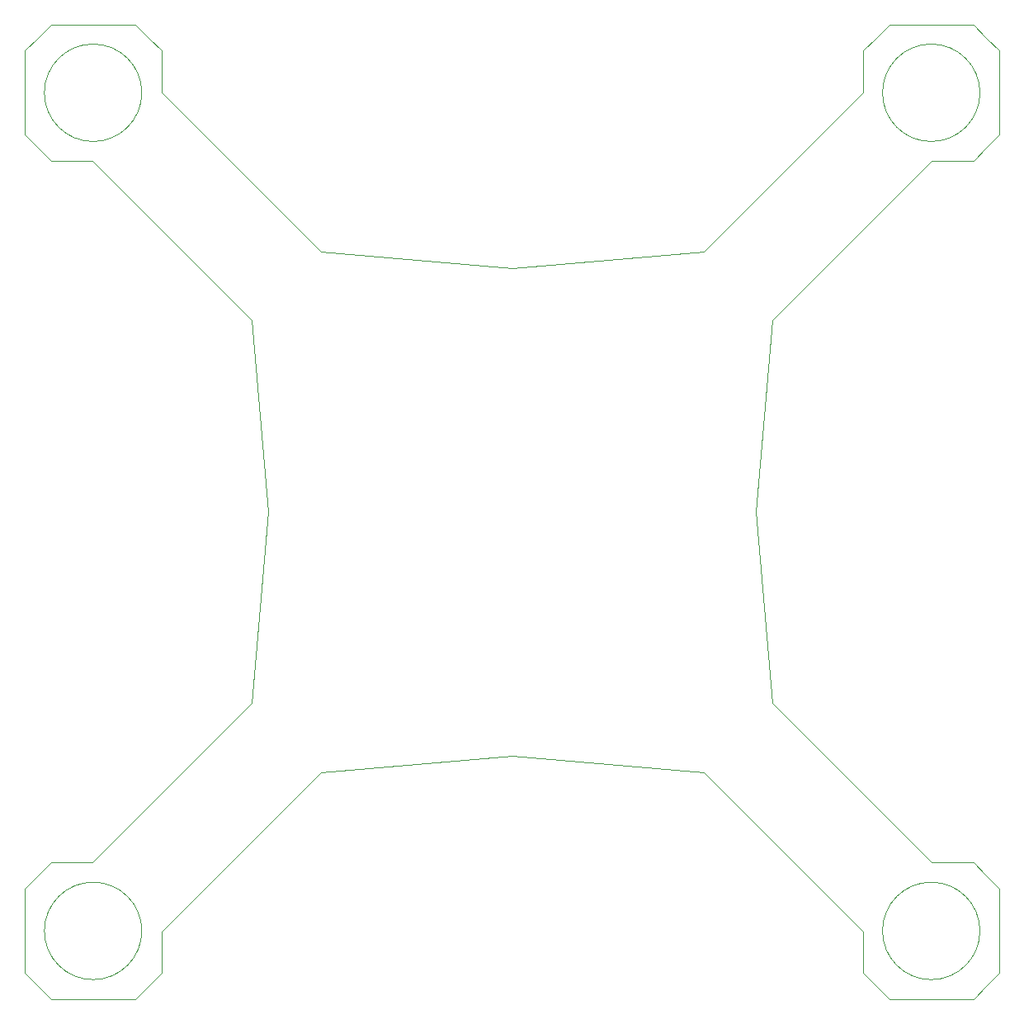
<source format=gbr>
G04 #@! TF.GenerationSoftware,KiCad,Pcbnew,(5.1.5-0-10_14)*
G04 #@! TF.CreationDate,2020-06-08T21:05:12+09:00*
G04 #@! TF.ProjectId,controller_system,636f6e74-726f-46c6-9c65-725f73797374,rev?*
G04 #@! TF.SameCoordinates,Original*
G04 #@! TF.FileFunction,Profile,NP*
%FSLAX46Y46*%
G04 Gerber Fmt 4.6, Leading zero omitted, Abs format (unit mm)*
G04 Created by KiCad (PCBNEW (5.1.5-0-10_14)) date 2020-06-08 21:05:12*
%MOMM*%
%LPD*%
G04 APERTURE LIST*
%ADD10C,0.100000*%
G04 APERTURE END LIST*
D10*
X138500000Y-105500000D02*
X136781031Y-125147900D01*
X188500000Y-105500000D02*
X190218968Y-125147900D01*
X163500000Y-130500000D02*
X183147900Y-132218968D01*
X163500000Y-130500000D02*
X143852099Y-132218968D01*
X163500000Y-80500000D02*
X183147900Y-78781031D01*
X188500000Y-105500000D02*
X190218968Y-85852099D01*
X138500000Y-105500000D02*
X136781031Y-85852099D01*
X163500000Y-80500000D02*
X143852099Y-78781031D01*
X212156854Y-154156854D02*
X213500000Y-152813708D01*
X212156854Y-154156854D02*
X210813708Y-155500000D01*
X114843145Y-154156854D02*
X116186291Y-155500000D01*
X114843145Y-154156854D02*
X113500000Y-152813708D01*
X212156854Y-56843145D02*
X210813708Y-55499999D01*
X212156854Y-56843145D02*
X213500000Y-58186291D01*
X114843145Y-56843145D02*
X113500000Y-58186291D01*
X114843145Y-56843145D02*
X116186291Y-55500000D01*
X116186291Y-141500000D02*
X120428932Y-141500000D01*
X127500000Y-152813708D02*
X127500000Y-148571067D01*
X199500000Y-152813708D02*
X199500000Y-148571067D01*
X210813708Y-141499999D02*
X206571067Y-141500000D01*
X210813708Y-69500000D02*
X206571067Y-69500000D01*
X199500000Y-58186291D02*
X199500000Y-62428932D01*
X127500000Y-58186291D02*
X127500000Y-62428932D01*
X116186291Y-69500000D02*
X120428932Y-69500000D01*
X114843145Y-142843145D02*
X113500000Y-144186291D01*
X116186291Y-141500000D02*
X114843145Y-142843145D01*
X127500000Y-152813708D02*
X126156854Y-154156854D01*
X126156854Y-154156854D02*
X124813708Y-155500000D01*
X200843145Y-154156854D02*
X202186291Y-155499999D01*
X199500000Y-152813708D02*
X200843145Y-154156854D01*
X210813708Y-141499999D02*
X212156854Y-142843145D01*
X212156854Y-142843145D02*
X213500000Y-144186291D01*
X212156854Y-68156854D02*
X213500000Y-66813708D01*
X210813708Y-69500000D02*
X212156854Y-68156854D01*
X199500000Y-58186291D02*
X200843145Y-56843145D01*
X200843145Y-56843145D02*
X202186291Y-55500000D01*
X126156854Y-56843145D02*
X124813708Y-55500000D01*
X127500000Y-58186291D02*
X126156854Y-56843145D01*
X116186291Y-69500000D02*
X114843145Y-68156854D01*
X114843145Y-68156854D02*
X113500000Y-66813708D01*
X125500000Y-148500000D02*
G75*
G03X125500000Y-148500000I-5000000J0D01*
G01*
X211500000Y-148500000D02*
G75*
G03X211500000Y-148500000I-5000000J0D01*
G01*
X211500000Y-62499999D02*
G75*
G03X211500000Y-62499999I-5000000J0D01*
G01*
X125500000Y-62500000D02*
G75*
G03X125500000Y-62500000I-5000000J0D01*
G01*
X113500000Y-144186291D02*
X113500000Y-152813708D01*
X213500000Y-144186291D02*
X213500000Y-152813708D01*
X213500000Y-66813708D02*
X213500000Y-58186291D01*
X113500000Y-66813708D02*
X113500000Y-58186291D01*
X116186291Y-155500000D02*
X124813708Y-155500000D01*
X210813708Y-155500000D02*
X202186291Y-155499999D01*
X210813708Y-55499999D02*
X202186291Y-55500000D01*
X116186291Y-55500000D02*
X124813708Y-55500000D01*
X120428932Y-141500000D02*
X136781031Y-125147900D01*
X127500000Y-148571067D02*
X143852099Y-132218968D01*
X199500000Y-148571067D02*
X183147900Y-132218968D01*
X206571067Y-141500000D02*
X190218968Y-125147900D01*
X206571067Y-69500000D02*
X190218968Y-85852099D01*
X199500000Y-62428932D02*
X183147900Y-78781031D01*
X127500000Y-62428932D02*
X143852099Y-78781031D01*
X120428932Y-69500000D02*
X136781031Y-85852099D01*
M02*

</source>
